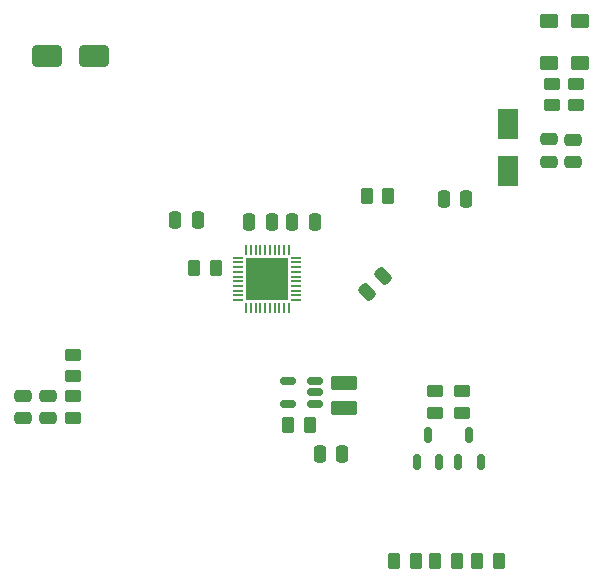
<source format=gbr>
%TF.GenerationSoftware,KiCad,Pcbnew,7.0.7-7.0.7~ubuntu23.04.1*%
%TF.CreationDate,2023-09-27T06:57:11+00:00*%
%TF.ProjectId,USBSDREADER01,55534253-4452-4454-9144-455230312e6b,rev?*%
%TF.SameCoordinates,Original*%
%TF.FileFunction,Paste,Bot*%
%TF.FilePolarity,Positive*%
%FSLAX46Y46*%
G04 Gerber Fmt 4.6, Leading zero omitted, Abs format (unit mm)*
G04 Created by KiCad (PCBNEW 7.0.7-7.0.7~ubuntu23.04.1) date 2023-09-27 06:57:11*
%MOMM*%
%LPD*%
G01*
G04 APERTURE LIST*
G04 Aperture macros list*
%AMRoundRect*
0 Rectangle with rounded corners*
0 $1 Rounding radius*
0 $2 $3 $4 $5 $6 $7 $8 $9 X,Y pos of 4 corners*
0 Add a 4 corners polygon primitive as box body*
4,1,4,$2,$3,$4,$5,$6,$7,$8,$9,$2,$3,0*
0 Add four circle primitives for the rounded corners*
1,1,$1+$1,$2,$3*
1,1,$1+$1,$4,$5*
1,1,$1+$1,$6,$7*
1,1,$1+$1,$8,$9*
0 Add four rect primitives between the rounded corners*
20,1,$1+$1,$2,$3,$4,$5,0*
20,1,$1+$1,$4,$5,$6,$7,0*
20,1,$1+$1,$6,$7,$8,$9,0*
20,1,$1+$1,$8,$9,$2,$3,0*%
G04 Aperture macros list end*
%ADD10RoundRect,0.250000X0.262500X0.450000X-0.262500X0.450000X-0.262500X-0.450000X0.262500X-0.450000X0*%
%ADD11RoundRect,0.150000X0.150000X-0.512500X0.150000X0.512500X-0.150000X0.512500X-0.150000X-0.512500X0*%
%ADD12RoundRect,0.250000X0.450000X-0.262500X0.450000X0.262500X-0.450000X0.262500X-0.450000X-0.262500X0*%
%ADD13RoundRect,0.250000X0.475000X-0.250000X0.475000X0.250000X-0.475000X0.250000X-0.475000X-0.250000X0*%
%ADD14RoundRect,0.250000X0.250000X0.475000X-0.250000X0.475000X-0.250000X-0.475000X0.250000X-0.475000X0*%
%ADD15RoundRect,0.250000X-0.450000X0.262500X-0.450000X-0.262500X0.450000X-0.262500X0.450000X0.262500X0*%
%ADD16R,1.800000X2.500000*%
%ADD17RoundRect,0.250000X1.000000X0.650000X-1.000000X0.650000X-1.000000X-0.650000X1.000000X-0.650000X0*%
%ADD18RoundRect,0.166667X-0.583333X0.458333X-0.583333X-0.458333X0.583333X-0.458333X0.583333X0.458333X0*%
%ADD19RoundRect,0.166667X0.583333X-0.458333X0.583333X0.458333X-0.583333X0.458333X-0.583333X-0.458333X0*%
%ADD20R,0.850000X0.200000*%
%ADD21R,0.200000X0.850000*%
%ADD22R,3.600000X3.600000*%
%ADD23RoundRect,0.250000X0.850000X-0.375000X0.850000X0.375000X-0.850000X0.375000X-0.850000X-0.375000X0*%
%ADD24RoundRect,0.250000X-0.250000X-0.475000X0.250000X-0.475000X0.250000X0.475000X-0.250000X0.475000X0*%
%ADD25RoundRect,0.250000X0.159099X-0.512652X0.512652X-0.159099X-0.159099X0.512652X-0.512652X0.159099X0*%
%ADD26RoundRect,0.150000X0.512500X0.150000X-0.512500X0.150000X-0.512500X-0.150000X0.512500X-0.150000X0*%
G04 APERTURE END LIST*
D10*
%TO.C,R4*%
X53852500Y7980000D03*
X52027500Y7980000D03*
%TD*%
D11*
%TO.C,Q2*%
X52350000Y16350000D03*
X50450000Y16350000D03*
X51400000Y18625000D03*
%TD*%
D12*
%TO.C,R3*%
X21300000Y23587500D03*
X21300000Y25412500D03*
%TD*%
D10*
%TO.C,R1*%
X33412500Y32800000D03*
X31587500Y32800000D03*
%TD*%
D13*
%TO.C,C1*%
X63640000Y41730000D03*
X63640000Y43630000D03*
%TD*%
D14*
%TO.C,C7*%
X31900000Y36800000D03*
X30000000Y36800000D03*
%TD*%
D15*
%TO.C,R9*%
X63890000Y48392500D03*
X63890000Y46567500D03*
%TD*%
D16*
%TO.C,D1*%
X58140000Y40980000D03*
X58140000Y44980000D03*
%TD*%
D11*
%TO.C,Q1*%
X55850000Y16350000D03*
X53950000Y16350000D03*
X54900000Y18625000D03*
%TD*%
D17*
%TO.C,D2*%
X23112500Y50750000D03*
X19112500Y50750000D03*
%TD*%
D14*
%TO.C,C5*%
X38162500Y36650000D03*
X36262500Y36650000D03*
%TD*%
D18*
%TO.C,D3*%
X64280000Y53700000D03*
D19*
X64280000Y50100000D03*
%TD*%
D13*
%TO.C,C9*%
X19200000Y20062500D03*
X19200000Y21962500D03*
%TD*%
D10*
%TO.C,R5*%
X57365000Y7980000D03*
X55540000Y7980000D03*
%TD*%
D20*
%TO.C,IC1*%
X40250000Y33650000D03*
X40250000Y33250000D03*
X40250000Y32850000D03*
X40250000Y32450000D03*
X40250000Y32050000D03*
X40250000Y31650000D03*
X40250000Y31250000D03*
X40250000Y30850000D03*
X40250000Y30450000D03*
X40250000Y30050000D03*
D21*
X39600000Y29400000D03*
X39200000Y29400000D03*
X38800000Y29400000D03*
X38400000Y29400000D03*
X38000000Y29400000D03*
X37600000Y29400000D03*
X37200000Y29400000D03*
X36800000Y29400000D03*
X36400000Y29400000D03*
X36000000Y29400000D03*
D20*
X35350000Y30050000D03*
X35350000Y30450000D03*
X35350000Y30850000D03*
X35350000Y31250000D03*
X35350000Y31650000D03*
X35350000Y32050000D03*
X35350000Y32450000D03*
X35350000Y32850000D03*
X35350000Y33250000D03*
X35350000Y33650000D03*
D21*
X36000000Y34300000D03*
X36400000Y34300000D03*
X36800000Y34300000D03*
X37200000Y34300000D03*
X37600000Y34300000D03*
X38000000Y34300000D03*
X38400000Y34300000D03*
X38800000Y34300000D03*
X39200000Y34300000D03*
X39600000Y34300000D03*
D22*
X37800000Y31850000D03*
%TD*%
D23*
%TO.C,L1*%
X44300000Y20900000D03*
X44300000Y23050000D03*
%TD*%
D10*
%TO.C,R13*%
X41362500Y19450000D03*
X39537500Y19450000D03*
%TD*%
%TO.C,R12*%
X50352500Y7980000D03*
X48527500Y7980000D03*
%TD*%
D13*
%TO.C,C10*%
X17100000Y20062500D03*
X17100000Y21962500D03*
%TD*%
D12*
%TO.C,R11*%
X54250000Y20512500D03*
X54250000Y22337500D03*
%TD*%
D13*
%TO.C,C2*%
X61640000Y41780000D03*
X61640000Y43680000D03*
%TD*%
D24*
%TO.C,C3*%
X39912500Y36650000D03*
X41812500Y36650000D03*
%TD*%
D12*
%TO.C,R10*%
X51950000Y20500000D03*
X51950000Y22325000D03*
%TD*%
%TO.C,R2*%
X21300000Y20100000D03*
X21300000Y21925000D03*
%TD*%
D25*
%TO.C,C6*%
X46250000Y30750000D03*
X47593502Y32093502D03*
%TD*%
D18*
%TO.C,D4*%
X61640000Y53700000D03*
D19*
X61640000Y50100000D03*
%TD*%
D14*
%TO.C,C8*%
X44150000Y17000000D03*
X42250000Y17000000D03*
%TD*%
D15*
%TO.C,R8*%
X61890000Y48392500D03*
X61890000Y46567500D03*
%TD*%
D26*
%TO.C,U1*%
X41850000Y23200000D03*
X41850000Y22250000D03*
X41850000Y21300000D03*
X39575000Y21300000D03*
X39575000Y23200000D03*
%TD*%
D10*
%TO.C,R6*%
X48050000Y38850000D03*
X46225000Y38850000D03*
%TD*%
D24*
%TO.C,C4*%
X52712500Y38650000D03*
X54612500Y38650000D03*
%TD*%
M02*

</source>
